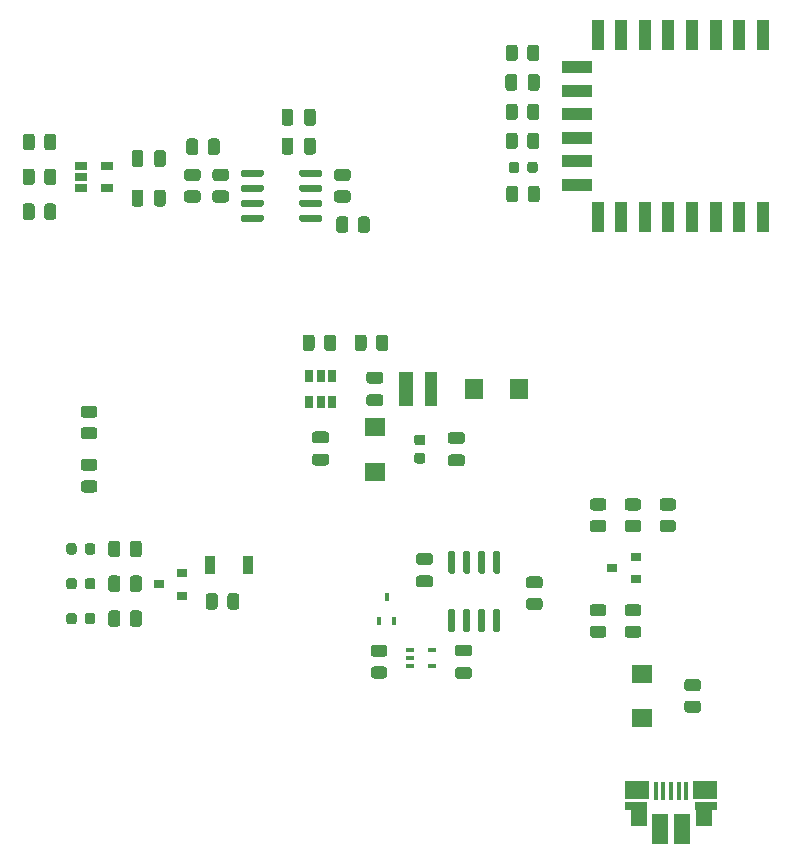
<source format=gbr>
%TF.GenerationSoftware,KiCad,Pcbnew,5.1.9*%
%TF.CreationDate,2021-03-01T19:41:54-05:00*%
%TF.ProjectId,CANalog_nucleo,43414e61-6c6f-4675-9f6e-75636c656f2e,rev?*%
%TF.SameCoordinates,PX700e860PY1298be0*%
%TF.FileFunction,Paste,Top*%
%TF.FilePolarity,Positive*%
%FSLAX46Y46*%
G04 Gerber Fmt 4.6, Leading zero omitted, Abs format (unit mm)*
G04 Created by KiCad (PCBNEW 5.1.9) date 2021-03-01 19:41:54*
%MOMM*%
%LPD*%
G01*
G04 APERTURE LIST*
%ADD10R,2.500000X1.100000*%
%ADD11R,1.100000X2.500000*%
%ADD12R,0.650000X0.400000*%
%ADD13R,1.060000X0.650000*%
%ADD14R,0.650000X1.060000*%
%ADD15R,0.900000X0.800000*%
%ADD16R,1.100000X3.000000*%
%ADD17R,1.300000X3.000000*%
%ADD18R,1.430000X2.500000*%
%ADD19R,0.400000X1.650000*%
%ADD20R,2.000000X1.500000*%
%ADD21R,1.825000X0.700000*%
%ADD22R,1.350000X2.000000*%
%ADD23R,0.450000X0.700000*%
%ADD24R,1.600000X1.800000*%
%ADD25R,1.800000X1.600000*%
%ADD26R,0.900000X1.600000*%
G04 APERTURE END LIST*
D10*
%TO.C,U5*%
X-18950000Y-23590000D03*
X-18950000Y-21590000D03*
X-18950000Y-19590000D03*
X-18950000Y-17590000D03*
X-18950000Y-15590000D03*
X-18950000Y-13590000D03*
D11*
X-3250000Y-26300000D03*
X-5250000Y-26300000D03*
X-7250000Y-26300000D03*
X-9250000Y-26300000D03*
X-11250000Y-26300000D03*
X-13250000Y-26300000D03*
X-15250000Y-26300000D03*
X-17250000Y-26300000D03*
X-17250000Y-10900000D03*
X-15250000Y-10900000D03*
X-13250000Y-10900000D03*
X-11250000Y-10900000D03*
X-9250000Y-10900000D03*
X-7250000Y-10900000D03*
X-5250000Y-10900000D03*
X-3250000Y-10900000D03*
%TD*%
D12*
%TO.C,U7*%
X-31250000Y-63000000D03*
X-31250000Y-64300000D03*
X-33150000Y-63650000D03*
X-33150000Y-64300000D03*
X-33150000Y-63000000D03*
%TD*%
D13*
%TO.C,U6*%
X-58800000Y-21950000D03*
X-58800000Y-23850000D03*
X-61000000Y-23850000D03*
X-61000000Y-22900000D03*
X-61000000Y-21950000D03*
%TD*%
D14*
%TO.C,U2*%
X-40700000Y-41950000D03*
X-39750000Y-41950000D03*
X-41650000Y-41950000D03*
X-41650000Y-39750000D03*
X-40700000Y-39750000D03*
X-39750000Y-39750000D03*
%TD*%
%TO.C,R28*%
G36*
G01*
X-17650001Y-60900000D02*
X-16749999Y-60900000D01*
G75*
G02*
X-16500000Y-61149999I0J-249999D01*
G01*
X-16500000Y-61675001D01*
G75*
G02*
X-16749999Y-61925000I-249999J0D01*
G01*
X-17650001Y-61925000D01*
G75*
G02*
X-17900000Y-61675001I0J249999D01*
G01*
X-17900000Y-61149999D01*
G75*
G02*
X-17650001Y-60900000I249999J0D01*
G01*
G37*
G36*
G01*
X-17650001Y-59075000D02*
X-16749999Y-59075000D01*
G75*
G02*
X-16500000Y-59324999I0J-249999D01*
G01*
X-16500000Y-59850001D01*
G75*
G02*
X-16749999Y-60100000I-249999J0D01*
G01*
X-17650001Y-60100000D01*
G75*
G02*
X-17900000Y-59850001I0J249999D01*
G01*
X-17900000Y-59324999D01*
G75*
G02*
X-17650001Y-59075000I249999J0D01*
G01*
G37*
%TD*%
%TO.C,R27*%
G36*
G01*
X-57650000Y-56899999D02*
X-57650000Y-57800001D01*
G75*
G02*
X-57899999Y-58050000I-249999J0D01*
G01*
X-58425001Y-58050000D01*
G75*
G02*
X-58675000Y-57800001I0J249999D01*
G01*
X-58675000Y-56899999D01*
G75*
G02*
X-58425001Y-56650000I249999J0D01*
G01*
X-57899999Y-56650000D01*
G75*
G02*
X-57650000Y-56899999I0J-249999D01*
G01*
G37*
G36*
G01*
X-55825000Y-56899999D02*
X-55825000Y-57800001D01*
G75*
G02*
X-56074999Y-58050000I-249999J0D01*
G01*
X-56600001Y-58050000D01*
G75*
G02*
X-56850000Y-57800001I0J249999D01*
G01*
X-56850000Y-56899999D01*
G75*
G02*
X-56600001Y-56650000I249999J0D01*
G01*
X-56074999Y-56650000D01*
G75*
G02*
X-55825000Y-56899999I0J-249999D01*
G01*
G37*
%TD*%
%TO.C,R26*%
G36*
G01*
X-57650000Y-59849999D02*
X-57650000Y-60750001D01*
G75*
G02*
X-57899999Y-61000000I-249999J0D01*
G01*
X-58425001Y-61000000D01*
G75*
G02*
X-58675000Y-60750001I0J249999D01*
G01*
X-58675000Y-59849999D01*
G75*
G02*
X-58425001Y-59600000I249999J0D01*
G01*
X-57899999Y-59600000D01*
G75*
G02*
X-57650000Y-59849999I0J-249999D01*
G01*
G37*
G36*
G01*
X-55825000Y-59849999D02*
X-55825000Y-60750001D01*
G75*
G02*
X-56074999Y-61000000I-249999J0D01*
G01*
X-56600001Y-61000000D01*
G75*
G02*
X-56850000Y-60750001I0J249999D01*
G01*
X-56850000Y-59849999D01*
G75*
G02*
X-56600001Y-59600000I249999J0D01*
G01*
X-56074999Y-59600000D01*
G75*
G02*
X-55825000Y-59849999I0J-249999D01*
G01*
G37*
%TD*%
%TO.C,R25*%
G36*
G01*
X-57650000Y-53949999D02*
X-57650000Y-54850001D01*
G75*
G02*
X-57899999Y-55100000I-249999J0D01*
G01*
X-58425001Y-55100000D01*
G75*
G02*
X-58675000Y-54850001I0J249999D01*
G01*
X-58675000Y-53949999D01*
G75*
G02*
X-58425001Y-53700000I249999J0D01*
G01*
X-57899999Y-53700000D01*
G75*
G02*
X-57650000Y-53949999I0J-249999D01*
G01*
G37*
G36*
G01*
X-55825000Y-53949999D02*
X-55825000Y-54850001D01*
G75*
G02*
X-56074999Y-55100000I-249999J0D01*
G01*
X-56600001Y-55100000D01*
G75*
G02*
X-56850000Y-54850001I0J249999D01*
G01*
X-56850000Y-53949999D01*
G75*
G02*
X-56600001Y-53700000I249999J0D01*
G01*
X-56074999Y-53700000D01*
G75*
G02*
X-55825000Y-53949999I0J-249999D01*
G01*
G37*
%TD*%
%TO.C,R24*%
G36*
G01*
X-64900000Y-19499999D02*
X-64900000Y-20400001D01*
G75*
G02*
X-65149999Y-20650000I-249999J0D01*
G01*
X-65675001Y-20650000D01*
G75*
G02*
X-65925000Y-20400001I0J249999D01*
G01*
X-65925000Y-19499999D01*
G75*
G02*
X-65675001Y-19250000I249999J0D01*
G01*
X-65149999Y-19250000D01*
G75*
G02*
X-64900000Y-19499999I0J-249999D01*
G01*
G37*
G36*
G01*
X-63075000Y-19499999D02*
X-63075000Y-20400001D01*
G75*
G02*
X-63324999Y-20650000I-249999J0D01*
G01*
X-63850001Y-20650000D01*
G75*
G02*
X-64100000Y-20400001I0J249999D01*
G01*
X-64100000Y-19499999D01*
G75*
G02*
X-63850001Y-19250000I249999J0D01*
G01*
X-63324999Y-19250000D01*
G75*
G02*
X-63075000Y-19499999I0J-249999D01*
G01*
G37*
%TD*%
%TO.C,R23*%
G36*
G01*
X-64900000Y-22449999D02*
X-64900000Y-23350001D01*
G75*
G02*
X-65149999Y-23600000I-249999J0D01*
G01*
X-65675001Y-23600000D01*
G75*
G02*
X-65925000Y-23350001I0J249999D01*
G01*
X-65925000Y-22449999D01*
G75*
G02*
X-65675001Y-22200000I249999J0D01*
G01*
X-65149999Y-22200000D01*
G75*
G02*
X-64900000Y-22449999I0J-249999D01*
G01*
G37*
G36*
G01*
X-63075000Y-22449999D02*
X-63075000Y-23350001D01*
G75*
G02*
X-63324999Y-23600000I-249999J0D01*
G01*
X-63850001Y-23600000D01*
G75*
G02*
X-64100000Y-23350001I0J249999D01*
G01*
X-64100000Y-22449999D01*
G75*
G02*
X-63850001Y-22200000I249999J0D01*
G01*
X-63324999Y-22200000D01*
G75*
G02*
X-63075000Y-22449999I0J-249999D01*
G01*
G37*
%TD*%
%TO.C,R22*%
G36*
G01*
X-64900000Y-25399999D02*
X-64900000Y-26300001D01*
G75*
G02*
X-65149999Y-26550000I-249999J0D01*
G01*
X-65675001Y-26550000D01*
G75*
G02*
X-65925000Y-26300001I0J249999D01*
G01*
X-65925000Y-25399999D01*
G75*
G02*
X-65675001Y-25150000I249999J0D01*
G01*
X-65149999Y-25150000D01*
G75*
G02*
X-64900000Y-25399999I0J-249999D01*
G01*
G37*
G36*
G01*
X-63075000Y-25399999D02*
X-63075000Y-26300001D01*
G75*
G02*
X-63324999Y-26550000I-249999J0D01*
G01*
X-63850001Y-26550000D01*
G75*
G02*
X-64100000Y-26300001I0J249999D01*
G01*
X-64100000Y-25399999D01*
G75*
G02*
X-63850001Y-25150000I249999J0D01*
G01*
X-63324999Y-25150000D01*
G75*
G02*
X-63075000Y-25399999I0J-249999D01*
G01*
G37*
%TD*%
%TO.C,R21*%
G36*
G01*
X-59849999Y-47800000D02*
X-60750001Y-47800000D01*
G75*
G02*
X-61000000Y-47550001I0J249999D01*
G01*
X-61000000Y-47024999D01*
G75*
G02*
X-60750001Y-46775000I249999J0D01*
G01*
X-59849999Y-46775000D01*
G75*
G02*
X-59600000Y-47024999I0J-249999D01*
G01*
X-59600000Y-47550001D01*
G75*
G02*
X-59849999Y-47800000I-249999J0D01*
G01*
G37*
G36*
G01*
X-59849999Y-49625000D02*
X-60750001Y-49625000D01*
G75*
G02*
X-61000000Y-49375001I0J249999D01*
G01*
X-61000000Y-48849999D01*
G75*
G02*
X-60750001Y-48600000I249999J0D01*
G01*
X-59849999Y-48600000D01*
G75*
G02*
X-59600000Y-48849999I0J-249999D01*
G01*
X-59600000Y-49375001D01*
G75*
G02*
X-59849999Y-49625000I-249999J0D01*
G01*
G37*
%TD*%
%TO.C,R20*%
G36*
G01*
X-59849999Y-43300000D02*
X-60750001Y-43300000D01*
G75*
G02*
X-61000000Y-43050001I0J249999D01*
G01*
X-61000000Y-42524999D01*
G75*
G02*
X-60750001Y-42275000I249999J0D01*
G01*
X-59849999Y-42275000D01*
G75*
G02*
X-59600000Y-42524999I0J-249999D01*
G01*
X-59600000Y-43050001D01*
G75*
G02*
X-59849999Y-43300000I-249999J0D01*
G01*
G37*
G36*
G01*
X-59849999Y-45125000D02*
X-60750001Y-45125000D01*
G75*
G02*
X-61000000Y-44875001I0J249999D01*
G01*
X-61000000Y-44349999D01*
G75*
G02*
X-60750001Y-44100000I249999J0D01*
G01*
X-59849999Y-44100000D01*
G75*
G02*
X-59600000Y-44349999I0J-249999D01*
G01*
X-59600000Y-44875001D01*
G75*
G02*
X-59849999Y-45125000I-249999J0D01*
G01*
G37*
%TD*%
%TO.C,R19*%
G36*
G01*
X-41200000Y-36499999D02*
X-41200000Y-37400001D01*
G75*
G02*
X-41449999Y-37650000I-249999J0D01*
G01*
X-41975001Y-37650000D01*
G75*
G02*
X-42225000Y-37400001I0J249999D01*
G01*
X-42225000Y-36499999D01*
G75*
G02*
X-41975001Y-36250000I249999J0D01*
G01*
X-41449999Y-36250000D01*
G75*
G02*
X-41200000Y-36499999I0J-249999D01*
G01*
G37*
G36*
G01*
X-39375000Y-36499999D02*
X-39375000Y-37400001D01*
G75*
G02*
X-39624999Y-37650000I-249999J0D01*
G01*
X-40150001Y-37650000D01*
G75*
G02*
X-40400000Y-37400001I0J249999D01*
G01*
X-40400000Y-36499999D01*
G75*
G02*
X-40150001Y-36250000I249999J0D01*
G01*
X-39624999Y-36250000D01*
G75*
G02*
X-39375000Y-36499999I0J-249999D01*
G01*
G37*
%TD*%
%TO.C,R18*%
G36*
G01*
X-36800000Y-36499999D02*
X-36800000Y-37400001D01*
G75*
G02*
X-37049999Y-37650000I-249999J0D01*
G01*
X-37575001Y-37650000D01*
G75*
G02*
X-37825000Y-37400001I0J249999D01*
G01*
X-37825000Y-36499999D01*
G75*
G02*
X-37575001Y-36250000I249999J0D01*
G01*
X-37049999Y-36250000D01*
G75*
G02*
X-36800000Y-36499999I0J-249999D01*
G01*
G37*
G36*
G01*
X-34975000Y-36499999D02*
X-34975000Y-37400001D01*
G75*
G02*
X-35224999Y-37650000I-249999J0D01*
G01*
X-35750001Y-37650000D01*
G75*
G02*
X-36000000Y-37400001I0J249999D01*
G01*
X-36000000Y-36499999D01*
G75*
G02*
X-35750001Y-36250000I249999J0D01*
G01*
X-35224999Y-36250000D01*
G75*
G02*
X-34975000Y-36499999I0J-249999D01*
G01*
G37*
%TD*%
%TO.C,R17*%
G36*
G01*
X-24000000Y-16949999D02*
X-24000000Y-17850001D01*
G75*
G02*
X-24249999Y-18100000I-249999J0D01*
G01*
X-24775001Y-18100000D01*
G75*
G02*
X-25025000Y-17850001I0J249999D01*
G01*
X-25025000Y-16949999D01*
G75*
G02*
X-24775001Y-16700000I249999J0D01*
G01*
X-24249999Y-16700000D01*
G75*
G02*
X-24000000Y-16949999I0J-249999D01*
G01*
G37*
G36*
G01*
X-22175000Y-16949999D02*
X-22175000Y-17850001D01*
G75*
G02*
X-22424999Y-18100000I-249999J0D01*
G01*
X-22950001Y-18100000D01*
G75*
G02*
X-23200000Y-17850001I0J249999D01*
G01*
X-23200000Y-16949999D01*
G75*
G02*
X-22950001Y-16700000I249999J0D01*
G01*
X-22424999Y-16700000D01*
G75*
G02*
X-22175000Y-16949999I0J-249999D01*
G01*
G37*
%TD*%
%TO.C,R16*%
G36*
G01*
X-13799999Y-60100000D02*
X-14700001Y-60100000D01*
G75*
G02*
X-14950000Y-59850001I0J249999D01*
G01*
X-14950000Y-59324999D01*
G75*
G02*
X-14700001Y-59075000I249999J0D01*
G01*
X-13799999Y-59075000D01*
G75*
G02*
X-13550000Y-59324999I0J-249999D01*
G01*
X-13550000Y-59850001D01*
G75*
G02*
X-13799999Y-60100000I-249999J0D01*
G01*
G37*
G36*
G01*
X-13799999Y-61925000D02*
X-14700001Y-61925000D01*
G75*
G02*
X-14950000Y-61675001I0J249999D01*
G01*
X-14950000Y-61149999D01*
G75*
G02*
X-14700001Y-60900000I249999J0D01*
G01*
X-13799999Y-60900000D01*
G75*
G02*
X-13550000Y-61149999I0J-249999D01*
G01*
X-13550000Y-61675001D01*
G75*
G02*
X-13799999Y-61925000I-249999J0D01*
G01*
G37*
%TD*%
%TO.C,R15*%
G36*
G01*
X-8749999Y-66450000D02*
X-9650001Y-66450000D01*
G75*
G02*
X-9900000Y-66200001I0J249999D01*
G01*
X-9900000Y-65674999D01*
G75*
G02*
X-9650001Y-65425000I249999J0D01*
G01*
X-8749999Y-65425000D01*
G75*
G02*
X-8500000Y-65674999I0J-249999D01*
G01*
X-8500000Y-66200001D01*
G75*
G02*
X-8749999Y-66450000I-249999J0D01*
G01*
G37*
G36*
G01*
X-8749999Y-68275000D02*
X-9650001Y-68275000D01*
G75*
G02*
X-9900000Y-68025001I0J249999D01*
G01*
X-9900000Y-67499999D01*
G75*
G02*
X-9650001Y-67250000I249999J0D01*
G01*
X-8749999Y-67250000D01*
G75*
G02*
X-8500000Y-67499999I0J-249999D01*
G01*
X-8500000Y-68025001D01*
G75*
G02*
X-8749999Y-68275000I-249999J0D01*
G01*
G37*
%TD*%
%TO.C,R14*%
G36*
G01*
X-24000000Y-19399999D02*
X-24000000Y-20300001D01*
G75*
G02*
X-24249999Y-20550000I-249999J0D01*
G01*
X-24775001Y-20550000D01*
G75*
G02*
X-25025000Y-20300001I0J249999D01*
G01*
X-25025000Y-19399999D01*
G75*
G02*
X-24775001Y-19150000I249999J0D01*
G01*
X-24249999Y-19150000D01*
G75*
G02*
X-24000000Y-19399999I0J-249999D01*
G01*
G37*
G36*
G01*
X-22175000Y-19399999D02*
X-22175000Y-20300001D01*
G75*
G02*
X-22424999Y-20550000I-249999J0D01*
G01*
X-22950001Y-20550000D01*
G75*
G02*
X-23200000Y-20300001I0J249999D01*
G01*
X-23200000Y-19399999D01*
G75*
G02*
X-22950001Y-19150000I249999J0D01*
G01*
X-22424999Y-19150000D01*
G75*
G02*
X-22175000Y-19399999I0J-249999D01*
G01*
G37*
%TD*%
%TO.C,R13*%
G36*
G01*
X-36200001Y-64350000D02*
X-35299999Y-64350000D01*
G75*
G02*
X-35050000Y-64599999I0J-249999D01*
G01*
X-35050000Y-65125001D01*
G75*
G02*
X-35299999Y-65375000I-249999J0D01*
G01*
X-36200001Y-65375000D01*
G75*
G02*
X-36450000Y-65125001I0J249999D01*
G01*
X-36450000Y-64599999D01*
G75*
G02*
X-36200001Y-64350000I249999J0D01*
G01*
G37*
G36*
G01*
X-36200001Y-62525000D02*
X-35299999Y-62525000D01*
G75*
G02*
X-35050000Y-62774999I0J-249999D01*
G01*
X-35050000Y-63300001D01*
G75*
G02*
X-35299999Y-63550000I-249999J0D01*
G01*
X-36200001Y-63550000D01*
G75*
G02*
X-36450000Y-63300001I0J249999D01*
G01*
X-36450000Y-62774999D01*
G75*
G02*
X-36200001Y-62525000I249999J0D01*
G01*
G37*
%TD*%
%TO.C,R12*%
G36*
G01*
X-22149999Y-57750000D02*
X-23050001Y-57750000D01*
G75*
G02*
X-23300000Y-57500001I0J249999D01*
G01*
X-23300000Y-56974999D01*
G75*
G02*
X-23050001Y-56725000I249999J0D01*
G01*
X-22149999Y-56725000D01*
G75*
G02*
X-21900000Y-56974999I0J-249999D01*
G01*
X-21900000Y-57500001D01*
G75*
G02*
X-22149999Y-57750000I-249999J0D01*
G01*
G37*
G36*
G01*
X-22149999Y-59575000D02*
X-23050001Y-59575000D01*
G75*
G02*
X-23300000Y-59325001I0J249999D01*
G01*
X-23300000Y-58799999D01*
G75*
G02*
X-23050001Y-58550000I249999J0D01*
G01*
X-22149999Y-58550000D01*
G75*
G02*
X-21900000Y-58799999I0J-249999D01*
G01*
X-21900000Y-59325001D01*
G75*
G02*
X-22149999Y-59575000I-249999J0D01*
G01*
G37*
%TD*%
%TO.C,R11*%
G36*
G01*
X-37550000Y-27400001D02*
X-37550000Y-26499999D01*
G75*
G02*
X-37300001Y-26250000I249999J0D01*
G01*
X-36774999Y-26250000D01*
G75*
G02*
X-36525000Y-26499999I0J-249999D01*
G01*
X-36525000Y-27400001D01*
G75*
G02*
X-36774999Y-27650000I-249999J0D01*
G01*
X-37300001Y-27650000D01*
G75*
G02*
X-37550000Y-27400001I0J249999D01*
G01*
G37*
G36*
G01*
X-39375000Y-27400001D02*
X-39375000Y-26499999D01*
G75*
G02*
X-39125001Y-26250000I249999J0D01*
G01*
X-38599999Y-26250000D01*
G75*
G02*
X-38350000Y-26499999I0J-249999D01*
G01*
X-38350000Y-27400001D01*
G75*
G02*
X-38599999Y-27650000I-249999J0D01*
G01*
X-39125001Y-27650000D01*
G75*
G02*
X-39375000Y-27400001I0J249999D01*
G01*
G37*
%TD*%
%TO.C,R10*%
G36*
G01*
X-39300001Y-24050000D02*
X-38399999Y-24050000D01*
G75*
G02*
X-38150000Y-24299999I0J-249999D01*
G01*
X-38150000Y-24825001D01*
G75*
G02*
X-38399999Y-25075000I-249999J0D01*
G01*
X-39300001Y-25075000D01*
G75*
G02*
X-39550000Y-24825001I0J249999D01*
G01*
X-39550000Y-24299999D01*
G75*
G02*
X-39300001Y-24050000I249999J0D01*
G01*
G37*
G36*
G01*
X-39300001Y-22225000D02*
X-38399999Y-22225000D01*
G75*
G02*
X-38150000Y-22474999I0J-249999D01*
G01*
X-38150000Y-23000001D01*
G75*
G02*
X-38399999Y-23250000I-249999J0D01*
G01*
X-39300001Y-23250000D01*
G75*
G02*
X-39550000Y-23000001I0J249999D01*
G01*
X-39550000Y-22474999D01*
G75*
G02*
X-39300001Y-22225000I249999J0D01*
G01*
G37*
%TD*%
%TO.C,R9*%
G36*
G01*
X-49600001Y-24050000D02*
X-48699999Y-24050000D01*
G75*
G02*
X-48450000Y-24299999I0J-249999D01*
G01*
X-48450000Y-24825001D01*
G75*
G02*
X-48699999Y-25075000I-249999J0D01*
G01*
X-49600001Y-25075000D01*
G75*
G02*
X-49850000Y-24825001I0J249999D01*
G01*
X-49850000Y-24299999D01*
G75*
G02*
X-49600001Y-24050000I249999J0D01*
G01*
G37*
G36*
G01*
X-49600001Y-22225000D02*
X-48699999Y-22225000D01*
G75*
G02*
X-48450000Y-22474999I0J-249999D01*
G01*
X-48450000Y-23000001D01*
G75*
G02*
X-48699999Y-23250000I-249999J0D01*
G01*
X-49600001Y-23250000D01*
G75*
G02*
X-49850000Y-23000001I0J249999D01*
G01*
X-49850000Y-22474999D01*
G75*
G02*
X-49600001Y-22225000I249999J0D01*
G01*
G37*
%TD*%
%TO.C,R8*%
G36*
G01*
X-50250000Y-20800001D02*
X-50250000Y-19899999D01*
G75*
G02*
X-50000001Y-19650000I249999J0D01*
G01*
X-49474999Y-19650000D01*
G75*
G02*
X-49225000Y-19899999I0J-249999D01*
G01*
X-49225000Y-20800001D01*
G75*
G02*
X-49474999Y-21050000I-249999J0D01*
G01*
X-50000001Y-21050000D01*
G75*
G02*
X-50250000Y-20800001I0J249999D01*
G01*
G37*
G36*
G01*
X-52075000Y-20800001D02*
X-52075000Y-19899999D01*
G75*
G02*
X-51825001Y-19650000I249999J0D01*
G01*
X-51299999Y-19650000D01*
G75*
G02*
X-51050000Y-19899999I0J-249999D01*
G01*
X-51050000Y-20800001D01*
G75*
G02*
X-51299999Y-21050000I-249999J0D01*
G01*
X-51825001Y-21050000D01*
G75*
G02*
X-52075000Y-20800001I0J249999D01*
G01*
G37*
%TD*%
%TO.C,R7*%
G36*
G01*
X-52000001Y-24050000D02*
X-51099999Y-24050000D01*
G75*
G02*
X-50850000Y-24299999I0J-249999D01*
G01*
X-50850000Y-24825001D01*
G75*
G02*
X-51099999Y-25075000I-249999J0D01*
G01*
X-52000001Y-25075000D01*
G75*
G02*
X-52250000Y-24825001I0J249999D01*
G01*
X-52250000Y-24299999D01*
G75*
G02*
X-52000001Y-24050000I249999J0D01*
G01*
G37*
G36*
G01*
X-52000001Y-22225000D02*
X-51099999Y-22225000D01*
G75*
G02*
X-50850000Y-22474999I0J-249999D01*
G01*
X-50850000Y-23000001D01*
G75*
G02*
X-51099999Y-23250000I-249999J0D01*
G01*
X-52000001Y-23250000D01*
G75*
G02*
X-52250000Y-23000001I0J249999D01*
G01*
X-52250000Y-22474999D01*
G75*
G02*
X-52000001Y-22225000I249999J0D01*
G01*
G37*
%TD*%
%TO.C,R6*%
G36*
G01*
X-24000000Y-11949999D02*
X-24000000Y-12850001D01*
G75*
G02*
X-24249999Y-13100000I-249999J0D01*
G01*
X-24775001Y-13100000D01*
G75*
G02*
X-25025000Y-12850001I0J249999D01*
G01*
X-25025000Y-11949999D01*
G75*
G02*
X-24775001Y-11700000I249999J0D01*
G01*
X-24249999Y-11700000D01*
G75*
G02*
X-24000000Y-11949999I0J-249999D01*
G01*
G37*
G36*
G01*
X-22175000Y-11949999D02*
X-22175000Y-12850001D01*
G75*
G02*
X-22424999Y-13100000I-249999J0D01*
G01*
X-22950001Y-13100000D01*
G75*
G02*
X-23200000Y-12850001I0J249999D01*
G01*
X-23200000Y-11949999D01*
G75*
G02*
X-22950001Y-11700000I249999J0D01*
G01*
X-22424999Y-11700000D01*
G75*
G02*
X-22175000Y-11949999I0J-249999D01*
G01*
G37*
%TD*%
%TO.C,R5*%
G36*
G01*
X-16749999Y-51150000D02*
X-17650001Y-51150000D01*
G75*
G02*
X-17900000Y-50900001I0J249999D01*
G01*
X-17900000Y-50374999D01*
G75*
G02*
X-17650001Y-50125000I249999J0D01*
G01*
X-16749999Y-50125000D01*
G75*
G02*
X-16500000Y-50374999I0J-249999D01*
G01*
X-16500000Y-50900001D01*
G75*
G02*
X-16749999Y-51150000I-249999J0D01*
G01*
G37*
G36*
G01*
X-16749999Y-52975000D02*
X-17650001Y-52975000D01*
G75*
G02*
X-17900000Y-52725001I0J249999D01*
G01*
X-17900000Y-52199999D01*
G75*
G02*
X-17650001Y-51950000I249999J0D01*
G01*
X-16749999Y-51950000D01*
G75*
G02*
X-16500000Y-52199999I0J-249999D01*
G01*
X-16500000Y-52725001D01*
G75*
G02*
X-16749999Y-52975000I-249999J0D01*
G01*
G37*
%TD*%
%TO.C,R4*%
G36*
G01*
X-48600000Y-59300001D02*
X-48600000Y-58399999D01*
G75*
G02*
X-48350001Y-58150000I249999J0D01*
G01*
X-47824999Y-58150000D01*
G75*
G02*
X-47575000Y-58399999I0J-249999D01*
G01*
X-47575000Y-59300001D01*
G75*
G02*
X-47824999Y-59550000I-249999J0D01*
G01*
X-48350001Y-59550000D01*
G75*
G02*
X-48600000Y-59300001I0J249999D01*
G01*
G37*
G36*
G01*
X-50425000Y-59300001D02*
X-50425000Y-58399999D01*
G75*
G02*
X-50175001Y-58150000I249999J0D01*
G01*
X-49649999Y-58150000D01*
G75*
G02*
X-49400000Y-58399999I0J-249999D01*
G01*
X-49400000Y-59300001D01*
G75*
G02*
X-49649999Y-59550000I-249999J0D01*
G01*
X-50175001Y-59550000D01*
G75*
G02*
X-50425000Y-59300001I0J249999D01*
G01*
G37*
%TD*%
%TO.C,R3*%
G36*
G01*
X-11750001Y-51950000D02*
X-10849999Y-51950000D01*
G75*
G02*
X-10600000Y-52199999I0J-249999D01*
G01*
X-10600000Y-52725001D01*
G75*
G02*
X-10849999Y-52975000I-249999J0D01*
G01*
X-11750001Y-52975000D01*
G75*
G02*
X-12000000Y-52725001I0J249999D01*
G01*
X-12000000Y-52199999D01*
G75*
G02*
X-11750001Y-51950000I249999J0D01*
G01*
G37*
G36*
G01*
X-11750001Y-50125000D02*
X-10849999Y-50125000D01*
G75*
G02*
X-10600000Y-50374999I0J-249999D01*
G01*
X-10600000Y-50900001D01*
G75*
G02*
X-10849999Y-51150000I-249999J0D01*
G01*
X-11750001Y-51150000D01*
G75*
G02*
X-12000000Y-50900001I0J249999D01*
G01*
X-12000000Y-50374999D01*
G75*
G02*
X-11750001Y-50125000I249999J0D01*
G01*
G37*
%TD*%
%TO.C,R2*%
G36*
G01*
X-14700001Y-51950000D02*
X-13799999Y-51950000D01*
G75*
G02*
X-13550000Y-52199999I0J-249999D01*
G01*
X-13550000Y-52725001D01*
G75*
G02*
X-13799999Y-52975000I-249999J0D01*
G01*
X-14700001Y-52975000D01*
G75*
G02*
X-14950000Y-52725001I0J249999D01*
G01*
X-14950000Y-52199999D01*
G75*
G02*
X-14700001Y-51950000I249999J0D01*
G01*
G37*
G36*
G01*
X-14700001Y-50125000D02*
X-13799999Y-50125000D01*
G75*
G02*
X-13550000Y-50374999I0J-249999D01*
G01*
X-13550000Y-50900001D01*
G75*
G02*
X-13799999Y-51150000I-249999J0D01*
G01*
X-14700001Y-51150000D01*
G75*
G02*
X-14950000Y-50900001I0J249999D01*
G01*
X-14950000Y-50374999D01*
G75*
G02*
X-14700001Y-50125000I249999J0D01*
G01*
G37*
%TD*%
%TO.C,R1*%
G36*
G01*
X-23950000Y-23899999D02*
X-23950000Y-24800001D01*
G75*
G02*
X-24199999Y-25050000I-249999J0D01*
G01*
X-24725001Y-25050000D01*
G75*
G02*
X-24975000Y-24800001I0J249999D01*
G01*
X-24975000Y-23899999D01*
G75*
G02*
X-24725001Y-23650000I249999J0D01*
G01*
X-24199999Y-23650000D01*
G75*
G02*
X-23950000Y-23899999I0J-249999D01*
G01*
G37*
G36*
G01*
X-22125000Y-23899999D02*
X-22125000Y-24800001D01*
G75*
G02*
X-22374999Y-25050000I-249999J0D01*
G01*
X-22900001Y-25050000D01*
G75*
G02*
X-23150000Y-24800001I0J249999D01*
G01*
X-23150000Y-23899999D01*
G75*
G02*
X-22900001Y-23650000I249999J0D01*
G01*
X-22374999Y-23650000D01*
G75*
G02*
X-22125000Y-23899999I0J-249999D01*
G01*
G37*
%TD*%
D15*
%TO.C,Q2*%
X-16000000Y-56000000D03*
X-14000000Y-55050000D03*
X-14000000Y-56950000D03*
%TD*%
%TO.C,Q1*%
X-54400000Y-57400000D03*
X-52400000Y-56450000D03*
X-52400000Y-58350000D03*
%TD*%
D16*
%TO.C,L1*%
X-31350000Y-40850000D03*
D17*
X-33450000Y-40850000D03*
%TD*%
D18*
%TO.C,J1*%
X-10065000Y-78085000D03*
X-11985000Y-78085000D03*
D19*
X-9725000Y-74935000D03*
X-10375000Y-74935000D03*
X-11025000Y-74935000D03*
X-11675000Y-74935000D03*
X-12325000Y-74935000D03*
D20*
X-8125000Y-74815000D03*
X-13875000Y-74835000D03*
D21*
X-8025000Y-76135000D03*
X-13975000Y-76135000D03*
D22*
X-13755000Y-76885000D03*
X-8275000Y-76885000D03*
%TD*%
%TO.C,D10*%
G36*
G01*
X-61350000Y-57093750D02*
X-61350000Y-57606250D01*
G75*
G02*
X-61568750Y-57825000I-218750J0D01*
G01*
X-62006250Y-57825000D01*
G75*
G02*
X-62225000Y-57606250I0J218750D01*
G01*
X-62225000Y-57093750D01*
G75*
G02*
X-62006250Y-56875000I218750J0D01*
G01*
X-61568750Y-56875000D01*
G75*
G02*
X-61350000Y-57093750I0J-218750D01*
G01*
G37*
G36*
G01*
X-59775000Y-57093750D02*
X-59775000Y-57606250D01*
G75*
G02*
X-59993750Y-57825000I-218750J0D01*
G01*
X-60431250Y-57825000D01*
G75*
G02*
X-60650000Y-57606250I0J218750D01*
G01*
X-60650000Y-57093750D01*
G75*
G02*
X-60431250Y-56875000I218750J0D01*
G01*
X-59993750Y-56875000D01*
G75*
G02*
X-59775000Y-57093750I0J-218750D01*
G01*
G37*
%TD*%
%TO.C,D9*%
G36*
G01*
X-61350000Y-60043750D02*
X-61350000Y-60556250D01*
G75*
G02*
X-61568750Y-60775000I-218750J0D01*
G01*
X-62006250Y-60775000D01*
G75*
G02*
X-62225000Y-60556250I0J218750D01*
G01*
X-62225000Y-60043750D01*
G75*
G02*
X-62006250Y-59825000I218750J0D01*
G01*
X-61568750Y-59825000D01*
G75*
G02*
X-61350000Y-60043750I0J-218750D01*
G01*
G37*
G36*
G01*
X-59775000Y-60043750D02*
X-59775000Y-60556250D01*
G75*
G02*
X-59993750Y-60775000I-218750J0D01*
G01*
X-60431250Y-60775000D01*
G75*
G02*
X-60650000Y-60556250I0J218750D01*
G01*
X-60650000Y-60043750D01*
G75*
G02*
X-60431250Y-59825000I218750J0D01*
G01*
X-59993750Y-59825000D01*
G75*
G02*
X-59775000Y-60043750I0J-218750D01*
G01*
G37*
%TD*%
%TO.C,D8*%
G36*
G01*
X-61350000Y-54143750D02*
X-61350000Y-54656250D01*
G75*
G02*
X-61568750Y-54875000I-218750J0D01*
G01*
X-62006250Y-54875000D01*
G75*
G02*
X-62225000Y-54656250I0J218750D01*
G01*
X-62225000Y-54143750D01*
G75*
G02*
X-62006250Y-53925000I218750J0D01*
G01*
X-61568750Y-53925000D01*
G75*
G02*
X-61350000Y-54143750I0J-218750D01*
G01*
G37*
G36*
G01*
X-59775000Y-54143750D02*
X-59775000Y-54656250D01*
G75*
G02*
X-59993750Y-54875000I-218750J0D01*
G01*
X-60431250Y-54875000D01*
G75*
G02*
X-60650000Y-54656250I0J218750D01*
G01*
X-60650000Y-54143750D01*
G75*
G02*
X-60431250Y-53925000I218750J0D01*
G01*
X-59993750Y-53925000D01*
G75*
G02*
X-59775000Y-54143750I0J-218750D01*
G01*
G37*
%TD*%
D23*
%TO.C,D7*%
X-35100000Y-58500000D03*
X-34450000Y-60500000D03*
X-35750000Y-60500000D03*
%TD*%
D24*
%TO.C,D6*%
X-23900000Y-40850000D03*
X-27700000Y-40850000D03*
%TD*%
D25*
%TO.C,D4*%
X-36100000Y-44050000D03*
X-36100000Y-47850000D03*
%TD*%
D26*
%TO.C,D3*%
X-46800000Y-55750000D03*
X-50100000Y-55750000D03*
%TD*%
D25*
%TO.C,D2*%
X-13450000Y-64950000D03*
X-13450000Y-68750000D03*
%TD*%
%TO.C,D1*%
G36*
G01*
X-23200000Y-22356250D02*
X-23200000Y-21843750D01*
G75*
G02*
X-22981250Y-21625000I218750J0D01*
G01*
X-22543750Y-21625000D01*
G75*
G02*
X-22325000Y-21843750I0J-218750D01*
G01*
X-22325000Y-22356250D01*
G75*
G02*
X-22543750Y-22575000I-218750J0D01*
G01*
X-22981250Y-22575000D01*
G75*
G02*
X-23200000Y-22356250I0J218750D01*
G01*
G37*
G36*
G01*
X-24775000Y-22356250D02*
X-24775000Y-21843750D01*
G75*
G02*
X-24556250Y-21625000I218750J0D01*
G01*
X-24118750Y-21625000D01*
G75*
G02*
X-23900000Y-21843750I0J-218750D01*
G01*
X-23900000Y-22356250D01*
G75*
G02*
X-24118750Y-22575000I-218750J0D01*
G01*
X-24556250Y-22575000D01*
G75*
G02*
X-24775000Y-22356250I0J218750D01*
G01*
G37*
%TD*%
%TO.C,C11*%
G36*
G01*
X-29075000Y-64400000D02*
X-28125000Y-64400000D01*
G75*
G02*
X-27875000Y-64650000I0J-250000D01*
G01*
X-27875000Y-65150000D01*
G75*
G02*
X-28125000Y-65400000I-250000J0D01*
G01*
X-29075000Y-65400000D01*
G75*
G02*
X-29325000Y-65150000I0J250000D01*
G01*
X-29325000Y-64650000D01*
G75*
G02*
X-29075000Y-64400000I250000J0D01*
G01*
G37*
G36*
G01*
X-29075000Y-62500000D02*
X-28125000Y-62500000D01*
G75*
G02*
X-27875000Y-62750000I0J-250000D01*
G01*
X-27875000Y-63250000D01*
G75*
G02*
X-28125000Y-63500000I-250000J0D01*
G01*
X-29075000Y-63500000D01*
G75*
G02*
X-29325000Y-63250000I0J250000D01*
G01*
X-29325000Y-62750000D01*
G75*
G02*
X-29075000Y-62500000I250000J0D01*
G01*
G37*
%TD*%
%TO.C,C10*%
G36*
G01*
X-54800000Y-21825000D02*
X-54800000Y-20875000D01*
G75*
G02*
X-54550000Y-20625000I250000J0D01*
G01*
X-54050000Y-20625000D01*
G75*
G02*
X-53800000Y-20875000I0J-250000D01*
G01*
X-53800000Y-21825000D01*
G75*
G02*
X-54050000Y-22075000I-250000J0D01*
G01*
X-54550000Y-22075000D01*
G75*
G02*
X-54800000Y-21825000I0J250000D01*
G01*
G37*
G36*
G01*
X-56700000Y-21825000D02*
X-56700000Y-20875000D01*
G75*
G02*
X-56450000Y-20625000I250000J0D01*
G01*
X-55950000Y-20625000D01*
G75*
G02*
X-55700000Y-20875000I0J-250000D01*
G01*
X-55700000Y-21825000D01*
G75*
G02*
X-55950000Y-22075000I-250000J0D01*
G01*
X-56450000Y-22075000D01*
G75*
G02*
X-56700000Y-21825000I0J250000D01*
G01*
G37*
%TD*%
%TO.C,C9*%
G36*
G01*
X-54800000Y-25175000D02*
X-54800000Y-24225000D01*
G75*
G02*
X-54550000Y-23975000I250000J0D01*
G01*
X-54050000Y-23975000D01*
G75*
G02*
X-53800000Y-24225000I0J-250000D01*
G01*
X-53800000Y-25175000D01*
G75*
G02*
X-54050000Y-25425000I-250000J0D01*
G01*
X-54550000Y-25425000D01*
G75*
G02*
X-54800000Y-25175000I0J250000D01*
G01*
G37*
G36*
G01*
X-56700000Y-25175000D02*
X-56700000Y-24225000D01*
G75*
G02*
X-56450000Y-23975000I250000J0D01*
G01*
X-55950000Y-23975000D01*
G75*
G02*
X-55700000Y-24225000I0J-250000D01*
G01*
X-55700000Y-25175000D01*
G75*
G02*
X-55950000Y-25425000I-250000J0D01*
G01*
X-56450000Y-25425000D01*
G75*
G02*
X-56700000Y-25175000I0J250000D01*
G01*
G37*
%TD*%
%TO.C,C8*%
G36*
G01*
X-32050000Y-45625000D02*
X-32550000Y-45625000D01*
G75*
G02*
X-32775000Y-45400000I0J225000D01*
G01*
X-32775000Y-44950000D01*
G75*
G02*
X-32550000Y-44725000I225000J0D01*
G01*
X-32050000Y-44725000D01*
G75*
G02*
X-31825000Y-44950000I0J-225000D01*
G01*
X-31825000Y-45400000D01*
G75*
G02*
X-32050000Y-45625000I-225000J0D01*
G01*
G37*
G36*
G01*
X-32050000Y-47175000D02*
X-32550000Y-47175000D01*
G75*
G02*
X-32775000Y-46950000I0J225000D01*
G01*
X-32775000Y-46500000D01*
G75*
G02*
X-32550000Y-46275000I225000J0D01*
G01*
X-32050000Y-46275000D01*
G75*
G02*
X-31825000Y-46500000I0J-225000D01*
G01*
X-31825000Y-46950000D01*
G75*
G02*
X-32050000Y-47175000I-225000J0D01*
G01*
G37*
%TD*%
%TO.C,C7*%
G36*
G01*
X-29675000Y-46400000D02*
X-28725000Y-46400000D01*
G75*
G02*
X-28475000Y-46650000I0J-250000D01*
G01*
X-28475000Y-47150000D01*
G75*
G02*
X-28725000Y-47400000I-250000J0D01*
G01*
X-29675000Y-47400000D01*
G75*
G02*
X-29925000Y-47150000I0J250000D01*
G01*
X-29925000Y-46650000D01*
G75*
G02*
X-29675000Y-46400000I250000J0D01*
G01*
G37*
G36*
G01*
X-29675000Y-44500000D02*
X-28725000Y-44500000D01*
G75*
G02*
X-28475000Y-44750000I0J-250000D01*
G01*
X-28475000Y-45250000D01*
G75*
G02*
X-28725000Y-45500000I-250000J0D01*
G01*
X-29675000Y-45500000D01*
G75*
G02*
X-29925000Y-45250000I0J250000D01*
G01*
X-29925000Y-44750000D01*
G75*
G02*
X-29675000Y-44500000I250000J0D01*
G01*
G37*
%TD*%
%TO.C,C6*%
G36*
G01*
X-35625000Y-40400000D02*
X-36575000Y-40400000D01*
G75*
G02*
X-36825000Y-40150000I0J250000D01*
G01*
X-36825000Y-39650000D01*
G75*
G02*
X-36575000Y-39400000I250000J0D01*
G01*
X-35625000Y-39400000D01*
G75*
G02*
X-35375000Y-39650000I0J-250000D01*
G01*
X-35375000Y-40150000D01*
G75*
G02*
X-35625000Y-40400000I-250000J0D01*
G01*
G37*
G36*
G01*
X-35625000Y-42300000D02*
X-36575000Y-42300000D01*
G75*
G02*
X-36825000Y-42050000I0J250000D01*
G01*
X-36825000Y-41550000D01*
G75*
G02*
X-36575000Y-41300000I250000J0D01*
G01*
X-35625000Y-41300000D01*
G75*
G02*
X-35375000Y-41550000I0J-250000D01*
G01*
X-35375000Y-42050000D01*
G75*
G02*
X-35625000Y-42300000I-250000J0D01*
G01*
G37*
%TD*%
%TO.C,C5*%
G36*
G01*
X-24050000Y-14425000D02*
X-24050000Y-15375000D01*
G75*
G02*
X-24300000Y-15625000I-250000J0D01*
G01*
X-24800000Y-15625000D01*
G75*
G02*
X-25050000Y-15375000I0J250000D01*
G01*
X-25050000Y-14425000D01*
G75*
G02*
X-24800000Y-14175000I250000J0D01*
G01*
X-24300000Y-14175000D01*
G75*
G02*
X-24050000Y-14425000I0J-250000D01*
G01*
G37*
G36*
G01*
X-22150000Y-14425000D02*
X-22150000Y-15375000D01*
G75*
G02*
X-22400000Y-15625000I-250000J0D01*
G01*
X-22900000Y-15625000D01*
G75*
G02*
X-23150000Y-15375000I0J250000D01*
G01*
X-23150000Y-14425000D01*
G75*
G02*
X-22900000Y-14175000I250000J0D01*
G01*
X-22400000Y-14175000D01*
G75*
G02*
X-22150000Y-14425000I0J-250000D01*
G01*
G37*
%TD*%
%TO.C,C4*%
G36*
G01*
X-41175000Y-46350000D02*
X-40225000Y-46350000D01*
G75*
G02*
X-39975000Y-46600000I0J-250000D01*
G01*
X-39975000Y-47100000D01*
G75*
G02*
X-40225000Y-47350000I-250000J0D01*
G01*
X-41175000Y-47350000D01*
G75*
G02*
X-41425000Y-47100000I0J250000D01*
G01*
X-41425000Y-46600000D01*
G75*
G02*
X-41175000Y-46350000I250000J0D01*
G01*
G37*
G36*
G01*
X-41175000Y-44450000D02*
X-40225000Y-44450000D01*
G75*
G02*
X-39975000Y-44700000I0J-250000D01*
G01*
X-39975000Y-45200000D01*
G75*
G02*
X-40225000Y-45450000I-250000J0D01*
G01*
X-41175000Y-45450000D01*
G75*
G02*
X-41425000Y-45200000I0J250000D01*
G01*
X-41425000Y-44700000D01*
G75*
G02*
X-41175000Y-44450000I250000J0D01*
G01*
G37*
%TD*%
%TO.C,C3*%
G36*
G01*
X-32375000Y-56650000D02*
X-31425000Y-56650000D01*
G75*
G02*
X-31175000Y-56900000I0J-250000D01*
G01*
X-31175000Y-57400000D01*
G75*
G02*
X-31425000Y-57650000I-250000J0D01*
G01*
X-32375000Y-57650000D01*
G75*
G02*
X-32625000Y-57400000I0J250000D01*
G01*
X-32625000Y-56900000D01*
G75*
G02*
X-32375000Y-56650000I250000J0D01*
G01*
G37*
G36*
G01*
X-32375000Y-54750000D02*
X-31425000Y-54750000D01*
G75*
G02*
X-31175000Y-55000000I0J-250000D01*
G01*
X-31175000Y-55500000D01*
G75*
G02*
X-31425000Y-55750000I-250000J0D01*
G01*
X-32375000Y-55750000D01*
G75*
G02*
X-32625000Y-55500000I0J250000D01*
G01*
X-32625000Y-55000000D01*
G75*
G02*
X-32375000Y-54750000I250000J0D01*
G01*
G37*
%TD*%
%TO.C,C2*%
G36*
G01*
X-43000000Y-19825000D02*
X-43000000Y-20775000D01*
G75*
G02*
X-43250000Y-21025000I-250000J0D01*
G01*
X-43750000Y-21025000D01*
G75*
G02*
X-44000000Y-20775000I0J250000D01*
G01*
X-44000000Y-19825000D01*
G75*
G02*
X-43750000Y-19575000I250000J0D01*
G01*
X-43250000Y-19575000D01*
G75*
G02*
X-43000000Y-19825000I0J-250000D01*
G01*
G37*
G36*
G01*
X-41100000Y-19825000D02*
X-41100000Y-20775000D01*
G75*
G02*
X-41350000Y-21025000I-250000J0D01*
G01*
X-41850000Y-21025000D01*
G75*
G02*
X-42100000Y-20775000I0J250000D01*
G01*
X-42100000Y-19825000D01*
G75*
G02*
X-41850000Y-19575000I250000J0D01*
G01*
X-41350000Y-19575000D01*
G75*
G02*
X-41100000Y-19825000I0J-250000D01*
G01*
G37*
%TD*%
%TO.C,C1*%
G36*
G01*
X-43000000Y-17375000D02*
X-43000000Y-18325000D01*
G75*
G02*
X-43250000Y-18575000I-250000J0D01*
G01*
X-43750000Y-18575000D01*
G75*
G02*
X-44000000Y-18325000I0J250000D01*
G01*
X-44000000Y-17375000D01*
G75*
G02*
X-43750000Y-17125000I250000J0D01*
G01*
X-43250000Y-17125000D01*
G75*
G02*
X-43000000Y-17375000I0J-250000D01*
G01*
G37*
G36*
G01*
X-41100000Y-17375000D02*
X-41100000Y-18325000D01*
G75*
G02*
X-41350000Y-18575000I-250000J0D01*
G01*
X-41850000Y-18575000D01*
G75*
G02*
X-42100000Y-18325000I0J250000D01*
G01*
X-42100000Y-17375000D01*
G75*
G02*
X-41850000Y-17125000I250000J0D01*
G01*
X-41350000Y-17125000D01*
G75*
G02*
X-41100000Y-17375000I0J-250000D01*
G01*
G37*
%TD*%
%TO.C,U4*%
G36*
G01*
X-25945000Y-59500000D02*
X-25645000Y-59500000D01*
G75*
G02*
X-25495000Y-59650000I0J-150000D01*
G01*
X-25495000Y-61300000D01*
G75*
G02*
X-25645000Y-61450000I-150000J0D01*
G01*
X-25945000Y-61450000D01*
G75*
G02*
X-26095000Y-61300000I0J150000D01*
G01*
X-26095000Y-59650000D01*
G75*
G02*
X-25945000Y-59500000I150000J0D01*
G01*
G37*
G36*
G01*
X-27215000Y-59500000D02*
X-26915000Y-59500000D01*
G75*
G02*
X-26765000Y-59650000I0J-150000D01*
G01*
X-26765000Y-61300000D01*
G75*
G02*
X-26915000Y-61450000I-150000J0D01*
G01*
X-27215000Y-61450000D01*
G75*
G02*
X-27365000Y-61300000I0J150000D01*
G01*
X-27365000Y-59650000D01*
G75*
G02*
X-27215000Y-59500000I150000J0D01*
G01*
G37*
G36*
G01*
X-28485000Y-59500000D02*
X-28185000Y-59500000D01*
G75*
G02*
X-28035000Y-59650000I0J-150000D01*
G01*
X-28035000Y-61300000D01*
G75*
G02*
X-28185000Y-61450000I-150000J0D01*
G01*
X-28485000Y-61450000D01*
G75*
G02*
X-28635000Y-61300000I0J150000D01*
G01*
X-28635000Y-59650000D01*
G75*
G02*
X-28485000Y-59500000I150000J0D01*
G01*
G37*
G36*
G01*
X-29755000Y-59500000D02*
X-29455000Y-59500000D01*
G75*
G02*
X-29305000Y-59650000I0J-150000D01*
G01*
X-29305000Y-61300000D01*
G75*
G02*
X-29455000Y-61450000I-150000J0D01*
G01*
X-29755000Y-61450000D01*
G75*
G02*
X-29905000Y-61300000I0J150000D01*
G01*
X-29905000Y-59650000D01*
G75*
G02*
X-29755000Y-59500000I150000J0D01*
G01*
G37*
G36*
G01*
X-29755000Y-54550000D02*
X-29455000Y-54550000D01*
G75*
G02*
X-29305000Y-54700000I0J-150000D01*
G01*
X-29305000Y-56350000D01*
G75*
G02*
X-29455000Y-56500000I-150000J0D01*
G01*
X-29755000Y-56500000D01*
G75*
G02*
X-29905000Y-56350000I0J150000D01*
G01*
X-29905000Y-54700000D01*
G75*
G02*
X-29755000Y-54550000I150000J0D01*
G01*
G37*
G36*
G01*
X-28485000Y-54550000D02*
X-28185000Y-54550000D01*
G75*
G02*
X-28035000Y-54700000I0J-150000D01*
G01*
X-28035000Y-56350000D01*
G75*
G02*
X-28185000Y-56500000I-150000J0D01*
G01*
X-28485000Y-56500000D01*
G75*
G02*
X-28635000Y-56350000I0J150000D01*
G01*
X-28635000Y-54700000D01*
G75*
G02*
X-28485000Y-54550000I150000J0D01*
G01*
G37*
G36*
G01*
X-27215000Y-54550000D02*
X-26915000Y-54550000D01*
G75*
G02*
X-26765000Y-54700000I0J-150000D01*
G01*
X-26765000Y-56350000D01*
G75*
G02*
X-26915000Y-56500000I-150000J0D01*
G01*
X-27215000Y-56500000D01*
G75*
G02*
X-27365000Y-56350000I0J150000D01*
G01*
X-27365000Y-54700000D01*
G75*
G02*
X-27215000Y-54550000I150000J0D01*
G01*
G37*
G36*
G01*
X-25945000Y-54550000D02*
X-25645000Y-54550000D01*
G75*
G02*
X-25495000Y-54700000I0J-150000D01*
G01*
X-25495000Y-56350000D01*
G75*
G02*
X-25645000Y-56500000I-150000J0D01*
G01*
X-25945000Y-56500000D01*
G75*
G02*
X-26095000Y-56350000I0J150000D01*
G01*
X-26095000Y-54700000D01*
G75*
G02*
X-25945000Y-54550000I150000J0D01*
G01*
G37*
%TD*%
%TO.C,U3*%
G36*
G01*
X-42500000Y-22745000D02*
X-42500000Y-22445000D01*
G75*
G02*
X-42350000Y-22295000I150000J0D01*
G01*
X-40700000Y-22295000D01*
G75*
G02*
X-40550000Y-22445000I0J-150000D01*
G01*
X-40550000Y-22745000D01*
G75*
G02*
X-40700000Y-22895000I-150000J0D01*
G01*
X-42350000Y-22895000D01*
G75*
G02*
X-42500000Y-22745000I0J150000D01*
G01*
G37*
G36*
G01*
X-42500000Y-24015000D02*
X-42500000Y-23715000D01*
G75*
G02*
X-42350000Y-23565000I150000J0D01*
G01*
X-40700000Y-23565000D01*
G75*
G02*
X-40550000Y-23715000I0J-150000D01*
G01*
X-40550000Y-24015000D01*
G75*
G02*
X-40700000Y-24165000I-150000J0D01*
G01*
X-42350000Y-24165000D01*
G75*
G02*
X-42500000Y-24015000I0J150000D01*
G01*
G37*
G36*
G01*
X-42500000Y-25285000D02*
X-42500000Y-24985000D01*
G75*
G02*
X-42350000Y-24835000I150000J0D01*
G01*
X-40700000Y-24835000D01*
G75*
G02*
X-40550000Y-24985000I0J-150000D01*
G01*
X-40550000Y-25285000D01*
G75*
G02*
X-40700000Y-25435000I-150000J0D01*
G01*
X-42350000Y-25435000D01*
G75*
G02*
X-42500000Y-25285000I0J150000D01*
G01*
G37*
G36*
G01*
X-42500000Y-26555000D02*
X-42500000Y-26255000D01*
G75*
G02*
X-42350000Y-26105000I150000J0D01*
G01*
X-40700000Y-26105000D01*
G75*
G02*
X-40550000Y-26255000I0J-150000D01*
G01*
X-40550000Y-26555000D01*
G75*
G02*
X-40700000Y-26705000I-150000J0D01*
G01*
X-42350000Y-26705000D01*
G75*
G02*
X-42500000Y-26555000I0J150000D01*
G01*
G37*
G36*
G01*
X-47450000Y-26555000D02*
X-47450000Y-26255000D01*
G75*
G02*
X-47300000Y-26105000I150000J0D01*
G01*
X-45650000Y-26105000D01*
G75*
G02*
X-45500000Y-26255000I0J-150000D01*
G01*
X-45500000Y-26555000D01*
G75*
G02*
X-45650000Y-26705000I-150000J0D01*
G01*
X-47300000Y-26705000D01*
G75*
G02*
X-47450000Y-26555000I0J150000D01*
G01*
G37*
G36*
G01*
X-47450000Y-25285000D02*
X-47450000Y-24985000D01*
G75*
G02*
X-47300000Y-24835000I150000J0D01*
G01*
X-45650000Y-24835000D01*
G75*
G02*
X-45500000Y-24985000I0J-150000D01*
G01*
X-45500000Y-25285000D01*
G75*
G02*
X-45650000Y-25435000I-150000J0D01*
G01*
X-47300000Y-25435000D01*
G75*
G02*
X-47450000Y-25285000I0J150000D01*
G01*
G37*
G36*
G01*
X-47450000Y-24015000D02*
X-47450000Y-23715000D01*
G75*
G02*
X-47300000Y-23565000I150000J0D01*
G01*
X-45650000Y-23565000D01*
G75*
G02*
X-45500000Y-23715000I0J-150000D01*
G01*
X-45500000Y-24015000D01*
G75*
G02*
X-45650000Y-24165000I-150000J0D01*
G01*
X-47300000Y-24165000D01*
G75*
G02*
X-47450000Y-24015000I0J150000D01*
G01*
G37*
G36*
G01*
X-47450000Y-22745000D02*
X-47450000Y-22445000D01*
G75*
G02*
X-47300000Y-22295000I150000J0D01*
G01*
X-45650000Y-22295000D01*
G75*
G02*
X-45500000Y-22445000I0J-150000D01*
G01*
X-45500000Y-22745000D01*
G75*
G02*
X-45650000Y-22895000I-150000J0D01*
G01*
X-47300000Y-22895000D01*
G75*
G02*
X-47450000Y-22745000I0J150000D01*
G01*
G37*
%TD*%
M02*

</source>
